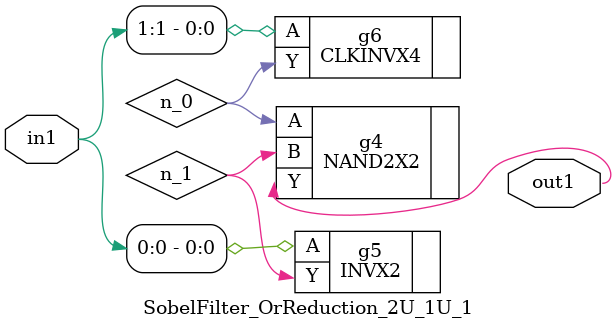
<source format=v>
`timescale 1ps / 1ps


module SobelFilter_OrReduction_2U_1U_1(in1, out1);
  input [1:0] in1;
  output out1;
  wire [1:0] in1;
  wire out1;
  wire n_0, n_1;
  NAND2X2 g4(.A (n_0), .B (n_1), .Y (out1));
  INVX2 g5(.A (in1[0]), .Y (n_1));
  CLKINVX4 g6(.A (in1[1]), .Y (n_0));
endmodule


</source>
